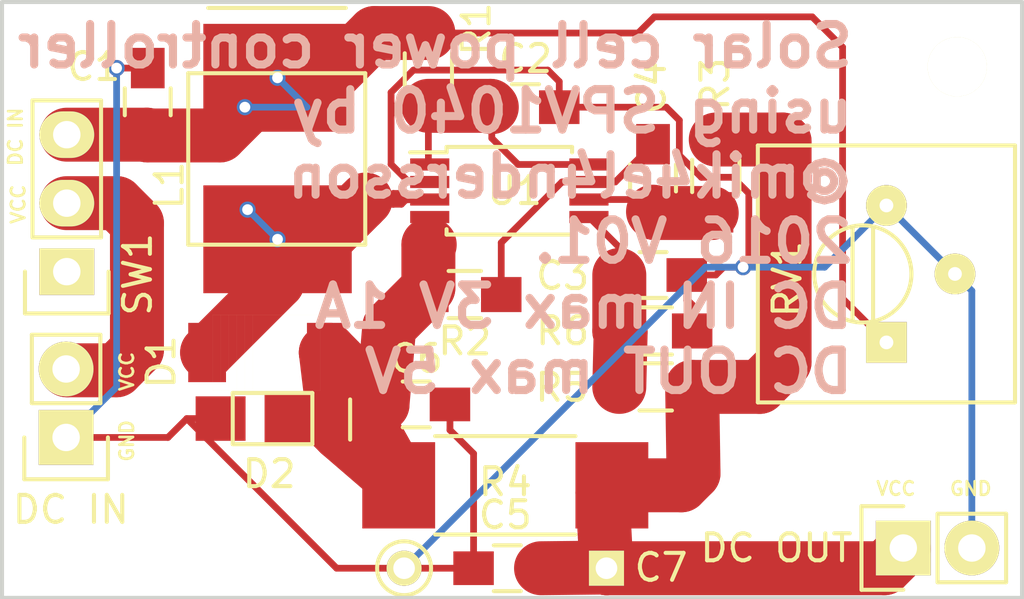
<source format=kicad_pcb>
(kicad_pcb (version 20171130) (host pcbnew "(5.1.12)-1")

  (general
    (thickness 1.6)
    (drawings 11)
    (tracks 179)
    (zones 0)
    (modules 22)
    (nets 11)
  )

  (page A4)
  (layers
    (0 F.Cu signal)
    (31 B.Cu signal)
    (32 B.Adhes user hide)
    (33 F.Adhes user hide)
    (34 B.Paste user hide)
    (35 F.Paste user hide)
    (36 B.SilkS user hide)
    (37 F.SilkS user hide)
    (38 B.Mask user hide)
    (39 F.Mask user hide)
    (40 Dwgs.User user hide)
    (41 Cmts.User user hide)
    (42 Eco1.User user hide)
    (43 Eco2.User user hide)
    (44 Edge.Cuts user)
    (45 Margin user hide)
    (46 B.CrtYd user hide)
    (47 F.CrtYd user hide)
    (48 B.Fab user hide)
    (49 F.Fab user hide)
  )

  (setup
    (last_trace_width 0.25)
    (user_trace_width 2)
    (trace_clearance 0.2)
    (zone_clearance 0.3)
    (zone_45_only no)
    (trace_min 0.2)
    (via_size 0.6)
    (via_drill 0.4)
    (via_min_size 0.4)
    (via_min_drill 0.3)
    (uvia_size 0.3)
    (uvia_drill 0.1)
    (uvias_allowed no)
    (uvia_min_size 0.2)
    (uvia_min_drill 0.1)
    (edge_width 0.15)
    (segment_width 0.2)
    (pcb_text_width 0.3)
    (pcb_text_size 1.5 1.5)
    (mod_edge_width 0.15)
    (mod_text_size 1 1)
    (mod_text_width 0.15)
    (pad_size 3 3)
    (pad_drill 3)
    (pad_to_mask_clearance 0.0508)
    (aux_axis_origin 0 0)
    (visible_elements 7FFFFFFF)
    (pcbplotparams
      (layerselection 0x010f0_80000001)
      (usegerberextensions true)
      (usegerberattributes true)
      (usegerberadvancedattributes true)
      (creategerberjobfile true)
      (excludeedgelayer true)
      (linewidth 0.100000)
      (plotframeref false)
      (viasonmask false)
      (mode 1)
      (useauxorigin false)
      (hpglpennumber 1)
      (hpglpenspeed 20)
      (hpglpendiameter 15.000000)
      (psnegative false)
      (psa4output false)
      (plotreference true)
      (plotvalue true)
      (plotinvisibletext false)
      (padsonsilk false)
      (subtractmaskfromsilk false)
      (outputformat 1)
      (mirror false)
      (drillshape 0)
      (scaleselection 1)
      (outputdirectory "Export/"))
  )

  (net 0 "")
  (net 1 "Net-(C1-Pad1)")
  (net 2 GND)
  (net 3 "Net-(C2-Pad1)")
  (net 4 "Net-(C3-Pad1)")
  (net 5 "Net-(C4-Pad1)")
  (net 6 "Net-(C4-Pad2)")
  (net 7 "Net-(C5-Pad1)")
  (net 8 "Net-(C6-Pad1)")
  (net 9 "Net-(D1-Pad2)")
  (net 10 VCC)

  (net_class Default "This is the default net class."
    (clearance 0.2)
    (trace_width 0.25)
    (via_dia 0.6)
    (via_drill 0.4)
    (uvia_dia 0.3)
    (uvia_drill 0.1)
    (add_net GND)
    (add_net "Net-(C1-Pad1)")
    (add_net "Net-(C2-Pad1)")
    (add_net "Net-(C3-Pad1)")
    (add_net "Net-(C4-Pad1)")
    (add_net "Net-(C4-Pad2)")
    (add_net "Net-(C5-Pad1)")
    (add_net "Net-(C6-Pad1)")
    (add_net "Net-(D1-Pad2)")
    (add_net VCC)
  )

  (module Capacitors_SMD:C_0805_HandSoldering (layer F.Cu) (tedit 56EC5612) (tstamp 56EA8A5B)
    (at 165.4 109.6 90)
    (descr "Capacitor SMD 0805, hand soldering")
    (tags "capacitor 0805")
    (path /56AF1CC9)
    (attr smd)
    (fp_text reference C1 (at 1.3 -2 180) (layer F.SilkS)
      (effects (font (size 1 1) (thickness 0.15)))
    )
    (fp_text value 10uF (at 0 2.1 90) (layer F.Fab) hide
      (effects (font (size 1 1) (thickness 0.15)))
    )
    (fp_line (start -0.5 0.85) (end 0.5 0.85) (layer F.SilkS) (width 0.15))
    (fp_line (start 0.5 -0.85) (end -0.5 -0.85) (layer F.SilkS) (width 0.15))
    (fp_line (start 2.3 -1) (end 2.3 1) (layer F.CrtYd) (width 0.05))
    (fp_line (start -2.3 -1) (end -2.3 1) (layer F.CrtYd) (width 0.05))
    (fp_line (start -2.3 1) (end 2.3 1) (layer F.CrtYd) (width 0.05))
    (fp_line (start -2.3 -1) (end 2.3 -1) (layer F.CrtYd) (width 0.05))
    (pad 1 smd rect (at -1.25 0 90) (size 1.5 1.25) (layers F.Cu F.Paste F.Mask)
      (net 1 "Net-(C1-Pad1)"))
    (pad 2 smd rect (at 1.25 0 90) (size 1.5 1.25) (layers F.Cu F.Paste F.Mask)
      (net 2 GND))
    (model Capacitors_SMD.3dshapes/C_0805_HandSoldering.wrl
      (at (xyz 0 0 0))
      (scale (xyz 1 1 1))
      (rotate (xyz 0 0 0))
    )
  )

  (module Capacitors_SMD:C_0805_HandSoldering (layer F.Cu) (tedit 56EC5666) (tstamp 56EA8A61)
    (at 179.4 109.8)
    (descr "Capacitor SMD 0805, hand soldering")
    (tags "capacitor 0805")
    (path /56AF1F2C)
    (attr smd)
    (fp_text reference C2 (at 0 -1.8) (layer F.SilkS)
      (effects (font (size 1 1) (thickness 0.15)))
    )
    (fp_text value 10uF (at 0 2.1) (layer F.Fab) hide
      (effects (font (size 1 1) (thickness 0.15)))
    )
    (fp_line (start -0.5 0.85) (end 0.5 0.85) (layer F.SilkS) (width 0.15))
    (fp_line (start 0.5 -0.85) (end -0.5 -0.85) (layer F.SilkS) (width 0.15))
    (fp_line (start 2.3 -1) (end 2.3 1) (layer F.CrtYd) (width 0.05))
    (fp_line (start -2.3 -1) (end -2.3 1) (layer F.CrtYd) (width 0.05))
    (fp_line (start -2.3 1) (end 2.3 1) (layer F.CrtYd) (width 0.05))
    (fp_line (start -2.3 -1) (end 2.3 -1) (layer F.CrtYd) (width 0.05))
    (pad 1 smd rect (at -1.25 0) (size 1.5 1.25) (layers F.Cu F.Paste F.Mask)
      (net 3 "Net-(C2-Pad1)"))
    (pad 2 smd rect (at 1.25 0) (size 1.5 1.25) (layers F.Cu F.Paste F.Mask)
      (net 2 GND))
    (model Capacitors_SMD.3dshapes/C_0805_HandSoldering.wrl
      (at (xyz 0 0 0))
      (scale (xyz 1 1 1))
      (rotate (xyz 0 0 0))
    )
  )

  (module Capacitors_SMD:C_0805_HandSoldering (layer F.Cu) (tedit 56F1AD7D) (tstamp 56EA8A67)
    (at 184.125 116.025)
    (descr "Capacitor SMD 0805, hand soldering")
    (tags "capacitor 0805")
    (path /56AF2457)
    (attr smd)
    (fp_text reference C3 (at -3.35 0.025) (layer F.SilkS)
      (effects (font (size 1 1) (thickness 0.15)))
    )
    (fp_text value 1nF (at 0 2.1) (layer F.Fab) hide
      (effects (font (size 1 1) (thickness 0.15)))
    )
    (fp_line (start -0.5 0.85) (end 0.5 0.85) (layer F.SilkS) (width 0.15))
    (fp_line (start 0.5 -0.85) (end -0.5 -0.85) (layer F.SilkS) (width 0.15))
    (fp_line (start 2.3 -1) (end 2.3 1) (layer F.CrtYd) (width 0.05))
    (fp_line (start -2.3 -1) (end -2.3 1) (layer F.CrtYd) (width 0.05))
    (fp_line (start -2.3 1) (end 2.3 1) (layer F.CrtYd) (width 0.05))
    (fp_line (start -2.3 -1) (end 2.3 -1) (layer F.CrtYd) (width 0.05))
    (pad 1 smd rect (at -1.25 0) (size 1.5 1.25) (layers F.Cu F.Paste F.Mask)
      (net 4 "Net-(C3-Pad1)"))
    (pad 2 smd rect (at 1.25 0) (size 1.5 1.25) (layers F.Cu F.Paste F.Mask)
      (net 2 GND))
    (model Capacitors_SMD.3dshapes/C_0805_HandSoldering.wrl
      (at (xyz 0 0 0))
      (scale (xyz 1 1 1))
      (rotate (xyz 0 0 0))
    )
  )

  (module Capacitors_SMD:C_0805_HandSoldering (layer F.Cu) (tedit 56F19632) (tstamp 56EA8A6D)
    (at 184.125 112.425 270)
    (descr "Capacitor SMD 0805, hand soldering")
    (tags "capacitor 0805")
    (path /56AF2567)
    (attr smd)
    (fp_text reference C4 (at -3.35 0.05 270) (layer F.SilkS)
      (effects (font (size 1 1) (thickness 0.15)))
    )
    (fp_text value 1uF (at 0 2.1 270) (layer F.Fab) hide
      (effects (font (size 1 1) (thickness 0.15)))
    )
    (fp_line (start -0.5 0.85) (end 0.5 0.85) (layer F.SilkS) (width 0.15))
    (fp_line (start 0.5 -0.85) (end -0.5 -0.85) (layer F.SilkS) (width 0.15))
    (fp_line (start 2.3 -1) (end 2.3 1) (layer F.CrtYd) (width 0.05))
    (fp_line (start -2.3 -1) (end -2.3 1) (layer F.CrtYd) (width 0.05))
    (fp_line (start -2.3 1) (end 2.3 1) (layer F.CrtYd) (width 0.05))
    (fp_line (start -2.3 -1) (end 2.3 -1) (layer F.CrtYd) (width 0.05))
    (pad 1 smd rect (at -1.25 0 270) (size 1.5 1.25) (layers F.Cu F.Paste F.Mask)
      (net 5 "Net-(C4-Pad1)"))
    (pad 2 smd rect (at 1.25 0 270) (size 1.5 1.25) (layers F.Cu F.Paste F.Mask)
      (net 6 "Net-(C4-Pad2)"))
    (model Capacitors_SMD.3dshapes/C_0805_HandSoldering.wrl
      (at (xyz 0 0 0))
      (scale (xyz 1 1 1))
      (rotate (xyz 0 0 0))
    )
  )

  (module Capacitors_SMD:C_0805_HandSoldering (layer F.Cu) (tedit 56F1AA68) (tstamp 56EA8A73)
    (at 178.725 126.9 180)
    (descr "Capacitor SMD 0805, hand soldering")
    (tags "capacitor 0805")
    (path /56AF28C6)
    (attr smd)
    (fp_text reference C5 (at 0.075 1.975 180) (layer F.SilkS)
      (effects (font (size 1 1) (thickness 0.15)))
    )
    (fp_text value 10uF (at 0 2.1 180) (layer F.Fab) hide
      (effects (font (size 1 1) (thickness 0.15)))
    )
    (fp_line (start -0.5 0.85) (end 0.5 0.85) (layer F.SilkS) (width 0.15))
    (fp_line (start 0.5 -0.85) (end -0.5 -0.85) (layer F.SilkS) (width 0.15))
    (fp_line (start 2.3 -1) (end 2.3 1) (layer F.CrtYd) (width 0.05))
    (fp_line (start -2.3 -1) (end -2.3 1) (layer F.CrtYd) (width 0.05))
    (fp_line (start -2.3 1) (end 2.3 1) (layer F.CrtYd) (width 0.05))
    (fp_line (start -2.3 -1) (end 2.3 -1) (layer F.CrtYd) (width 0.05))
    (pad 1 smd rect (at -1.25 0 180) (size 1.5 1.25) (layers F.Cu F.Paste F.Mask)
      (net 7 "Net-(C5-Pad1)"))
    (pad 2 smd rect (at 1.25 0 180) (size 1.5 1.25) (layers F.Cu F.Paste F.Mask)
      (net 2 GND))
    (model Capacitors_SMD.3dshapes/C_0805_HandSoldering.wrl
      (at (xyz 0 0 0))
      (scale (xyz 1 1 1))
      (rotate (xyz 0 0 0))
    )
  )

  (module Capacitors_SMD:C_0805_HandSoldering (layer F.Cu) (tedit 56EC565D) (tstamp 56EA8A79)
    (at 175.35 120.825)
    (descr "Capacitor SMD 0805, hand soldering")
    (tags "capacitor 0805")
    (path /56B1CACD)
    (attr smd)
    (fp_text reference C6 (at 0 -1.7) (layer F.SilkS)
      (effects (font (size 1 1) (thickness 0.15)))
    )
    (fp_text value 10uF (at 0 2.1) (layer F.Fab) hide
      (effects (font (size 1 1) (thickness 0.15)))
    )
    (fp_line (start -0.5 0.85) (end 0.5 0.85) (layer F.SilkS) (width 0.15))
    (fp_line (start 0.5 -0.85) (end -0.5 -0.85) (layer F.SilkS) (width 0.15))
    (fp_line (start 2.3 -1) (end 2.3 1) (layer F.CrtYd) (width 0.05))
    (fp_line (start -2.3 -1) (end -2.3 1) (layer F.CrtYd) (width 0.05))
    (fp_line (start -2.3 1) (end 2.3 1) (layer F.CrtYd) (width 0.05))
    (fp_line (start -2.3 -1) (end 2.3 -1) (layer F.CrtYd) (width 0.05))
    (pad 1 smd rect (at -1.25 0) (size 1.5 1.25) (layers F.Cu F.Paste F.Mask)
      (net 8 "Net-(C6-Pad1)"))
    (pad 2 smd rect (at 1.25 0) (size 1.5 1.25) (layers F.Cu F.Paste F.Mask)
      (net 2 GND))
    (model Capacitors_SMD.3dshapes/C_0805_HandSoldering.wrl
      (at (xyz 0 0 0))
      (scale (xyz 1 1 1))
      (rotate (xyz 0 0 0))
    )
  )

  (module SOD-128:SOD-128 (layer F.Cu) (tedit 56F1A487) (tstamp 56EA8A85)
    (at 169.8 118.9)
    (path /56B1C5F8)
    (attr smd)
    (fp_text reference D1 (at -3.9 0.35 90) (layer F.SilkS)
      (effects (font (size 1 1) (thickness 0.15)))
    )
    (fp_text value D_Schottky (at 0.75 -0.675) (layer F.SilkS) hide
      (effects (font (size 0.2 0.2) (thickness 0.05)))
    )
    (fp_line (start -1.99898 1.39954) (end -1.99898 -1.39954) (layer F.SilkS) (width 0.001))
    (fp_line (start 1.99898 1.39954) (end -1.99898 1.39954) (layer F.SilkS) (width 0.001))
    (fp_line (start 1.99898 -1.39954) (end 1.99898 1.39954) (layer F.SilkS) (width 0.001))
    (fp_line (start -1.99898 -1.39954) (end 1.99898 -1.39954) (layer F.SilkS) (width 0.001))
    (fp_line (start -1.09982 1.39954) (end -1.09982 -1.39954) (layer F.SilkS) (width 0.001))
    (fp_line (start -1.39954 -1.39954) (end -1.39954 1.39954) (layer F.SilkS) (width 0.001))
    (fp_line (start -1.69926 1.39954) (end -1.69926 -1.39954) (layer F.SilkS) (width 0.001))
    (fp_line (start -0.8001 1.39954) (end -0.8001 -1.39954) (layer F.SilkS) (width 0.001))
    (fp_line (start -0.50038 1.39954) (end -0.50038 -1.39954) (layer F.SilkS) (width 0.001))
    (pad 2 smd rect (at -2.19964 0) (size 1.39954 2.19964) (layers F.Cu F.Paste F.Mask)
      (net 9 "Net-(D1-Pad2)"))
    (pad 1 smd rect (at 2.19964 0) (size 1.39954 2.19964) (layers F.Cu F.Paste F.Mask)
      (net 8 "Net-(C6-Pad1)"))
  )

  (module STmite_flat_DO216-AA:STmite_flat_DO216-AA (layer F.Cu) (tedit 56F1AE84) (tstamp 56EA8A90)
    (at 168.55 120.4)
    (path /56B1C821)
    (fp_text reference D2 (at 1.35 3) (layer F.SilkS)
      (effects (font (size 1 1) (thickness 0.15)))
    )
    (fp_text value TVS (at 2.37 -0.96) (layer F.Fab) hide
      (effects (font (size 1 1) (thickness 0.15)))
    )
    (fp_line (start 2.95 0) (end 0 0) (layer F.SilkS) (width 0.15))
    (fp_line (start 2.95 1.9) (end 2.95 0) (layer F.SilkS) (width 0.15))
    (fp_line (start 0 1.9) (end 2.95 1.9) (layer F.SilkS) (width 0.15))
    (fp_line (start 0 0) (end 0 1.9) (layer F.SilkS) (width 0.15))
    (fp_line (start 4.35 0.24) (end 4.35 1.73) (layer F.SilkS) (width 0.15))
    (pad 1 smd rect (at -0.45 0.95) (size 1.85 1.65) (layers F.Cu F.Paste F.Mask)
      (net 2 GND))
    (pad 2 smd rect (at 2.68 0.95) (size 3 1.95) (layers F.Cu F.Paste F.Mask)
      (net 8 "Net-(C6-Pad1)"))
  )

  (module xal6060:XAL6060 (layer F.Cu) (tedit 56EC5653) (tstamp 56EA8A9B)
    (at 166.9 114.9 90)
    (path /56AF1C32)
    (fp_text reference L1 (at 2.2 -0.7 90) (layer F.SilkS)
      (effects (font (size 1 1) (thickness 0.15)))
    )
    (fp_text value 10uH (at 3.155 -1.46 90) (layer F.Fab) hide
      (effects (font (size 1 1) (thickness 0.15)))
    )
    (fp_line (start 0 6.56) (end 0 0) (layer F.SilkS) (width 0.15))
    (fp_line (start 6.36 6.56) (end 0 6.56) (layer F.SilkS) (width 0.15))
    (fp_line (start 6.36 0) (end 6.36 6.56) (layer F.SilkS) (width 0.15))
    (fp_line (start 0 0) (end 6.36 0) (layer F.SilkS) (width 0.15))
    (fp_line (start 8.78 0.74) (end 8.78 5.84) (layer F.SilkS) (width 0.15))
    (pad 2 smd rect (at 6.19 3.31 90) (size 4 5.5) (layers F.Cu F.Paste F.Mask)
      (net 1 "Net-(C1-Pad1)"))
    (pad 1 smd rect (at 0.2 3.31 90) (size 4 5.5) (layers F.Cu F.Paste F.Mask)
      (net 9 "Net-(D1-Pad2)"))
  )

  (module Resistors_SMD:R_0805_HandSoldering (layer F.Cu) (tedit 56F1B2C7) (tstamp 56EA8AAD)
    (at 175.8 108.4 270)
    (descr "Resistor SMD 0805, hand soldering")
    (tags "resistor 0805")
    (path /56AF1DA1)
    (attr smd)
    (fp_text reference R1 (at -1.5 -1.775 270) (layer F.SilkS)
      (effects (font (size 1 1) (thickness 0.15)))
    )
    (fp_text value 1K (at 0 2.1 270) (layer F.Fab) hide
      (effects (font (size 1 1) (thickness 0.15)))
    )
    (fp_line (start -0.6 -0.875) (end 0.6 -0.875) (layer F.SilkS) (width 0.15))
    (fp_line (start 0.6 0.875) (end -0.6 0.875) (layer F.SilkS) (width 0.15))
    (fp_line (start 2.4 -1) (end 2.4 1) (layer F.CrtYd) (width 0.05))
    (fp_line (start -2.4 -1) (end -2.4 1) (layer F.CrtYd) (width 0.05))
    (fp_line (start -2.4 1) (end 2.4 1) (layer F.CrtYd) (width 0.05))
    (fp_line (start -2.4 -1) (end 2.4 -1) (layer F.CrtYd) (width 0.05))
    (pad 1 smd rect (at -1.35 0 270) (size 1.5 1.3) (layers F.Cu F.Paste F.Mask)
      (net 1 "Net-(C1-Pad1)"))
    (pad 2 smd rect (at 1.35 0 270) (size 1.5 1.3) (layers F.Cu F.Paste F.Mask)
      (net 3 "Net-(C2-Pad1)"))
    (model Resistors_SMD.3dshapes/R_0805_HandSoldering.wrl
      (at (xyz 0 0 0))
      (scale (xyz 1 1 1))
      (rotate (xyz 0 0 0))
    )
  )

  (module Resistors_SMD:R_0805_HandSoldering (layer F.Cu) (tedit 56F1AD70) (tstamp 56EA8AB3)
    (at 177.15 116.75)
    (descr "Resistor SMD 0805, hand soldering")
    (tags "resistor 0805")
    (path /56AF26CE)
    (attr smd)
    (fp_text reference R2 (at 0 1.725) (layer F.SilkS)
      (effects (font (size 1 1) (thickness 0.15)))
    )
    (fp_text value 1K (at 0 2.1) (layer F.Fab) hide
      (effects (font (size 1 1) (thickness 0.15)))
    )
    (fp_line (start -0.6 -0.875) (end 0.6 -0.875) (layer F.SilkS) (width 0.15))
    (fp_line (start 0.6 0.875) (end -0.6 0.875) (layer F.SilkS) (width 0.15))
    (fp_line (start 2.4 -1) (end 2.4 1) (layer F.CrtYd) (width 0.05))
    (fp_line (start -2.4 -1) (end -2.4 1) (layer F.CrtYd) (width 0.05))
    (fp_line (start -2.4 1) (end 2.4 1) (layer F.CrtYd) (width 0.05))
    (fp_line (start -2.4 -1) (end 2.4 -1) (layer F.CrtYd) (width 0.05))
    (pad 1 smd rect (at -1.35 0) (size 1.5 1.3) (layers F.Cu F.Paste F.Mask)
      (net 8 "Net-(C6-Pad1)"))
    (pad 2 smd rect (at 1.35 0) (size 1.5 1.3) (layers F.Cu F.Paste F.Mask)
      (net 5 "Net-(C4-Pad1)"))
    (model Resistors_SMD.3dshapes/R_0805_HandSoldering.wrl
      (at (xyz 0 0 0))
      (scale (xyz 1 1 1))
      (rotate (xyz 0 0 0))
    )
  )

  (module Resistors_SMD:R_0805_HandSoldering (layer F.Cu) (tedit 56F1AD66) (tstamp 56EA8AB9)
    (at 186.45 112.35 270)
    (descr "Resistor SMD 0805, hand soldering")
    (tags "resistor 0805")
    (path /56AF2723)
    (attr smd)
    (fp_text reference R3 (at -3.4 0.025 270) (layer F.SilkS)
      (effects (font (size 1 1) (thickness 0.15)))
    )
    (fp_text value 1K (at 0 2.1 270) (layer F.Fab) hide
      (effects (font (size 1 1) (thickness 0.15)))
    )
    (fp_line (start -0.6 -0.875) (end 0.6 -0.875) (layer F.SilkS) (width 0.15))
    (fp_line (start 0.6 0.875) (end -0.6 0.875) (layer F.SilkS) (width 0.15))
    (fp_line (start 2.4 -1) (end 2.4 1) (layer F.CrtYd) (width 0.05))
    (fp_line (start -2.4 -1) (end -2.4 1) (layer F.CrtYd) (width 0.05))
    (fp_line (start -2.4 1) (end 2.4 1) (layer F.CrtYd) (width 0.05))
    (fp_line (start -2.4 -1) (end 2.4 -1) (layer F.CrtYd) (width 0.05))
    (pad 1 smd rect (at -1.35 0 270) (size 1.5 1.3) (layers F.Cu F.Paste F.Mask)
      (net 7 "Net-(C5-Pad1)"))
    (pad 2 smd rect (at 1.35 0 270) (size 1.5 1.3) (layers F.Cu F.Paste F.Mask)
      (net 6 "Net-(C4-Pad2)"))
    (model Resistors_SMD.3dshapes/R_0805_HandSoldering.wrl
      (at (xyz 0 0 0))
      (scale (xyz 1 1 1))
      (rotate (xyz 0 0 0))
    )
  )

  (module Resistors_SMD:R_2512_HandSoldering (layer F.Cu) (tedit 56F19723) (tstamp 56EA8ABF)
    (at 178.65 123.825 180)
    (descr "Resistor SMD 2512, hand soldering")
    (tags "resistor 2512")
    (path /56AF27AF)
    (attr smd)
    (fp_text reference R4 (at 0 0.125 180) (layer F.SilkS)
      (effects (font (size 1 1) (thickness 0.15)))
    )
    (fp_text value 10m (at 0 3.1 180) (layer F.Fab) hide
      (effects (font (size 1 1) (thickness 0.15)))
    )
    (fp_line (start -2.6 -1.825) (end 2.6 -1.825) (layer F.SilkS) (width 0.15))
    (fp_line (start 2.6 1.825) (end -2.6 1.825) (layer F.SilkS) (width 0.15))
    (fp_line (start 5.6 -1.95) (end 5.6 1.95) (layer F.CrtYd) (width 0.05))
    (fp_line (start -5.6 -1.95) (end -5.6 1.95) (layer F.CrtYd) (width 0.05))
    (fp_line (start -5.6 1.95) (end 5.6 1.95) (layer F.CrtYd) (width 0.05))
    (fp_line (start -5.6 -1.95) (end 5.6 -1.95) (layer F.CrtYd) (width 0.05))
    (pad 1 smd rect (at -3.95 0 180) (size 2.7 3.2) (layers F.Cu F.Paste F.Mask)
      (net 7 "Net-(C5-Pad1)"))
    (pad 2 smd rect (at 3.95 0 180) (size 2.7 3.2) (layers F.Cu F.Paste F.Mask)
      (net 8 "Net-(C6-Pad1)"))
    (model Resistors_SMD.3dshapes/R_2512_HandSoldering.wrl
      (at (xyz 0 0 0))
      (scale (xyz 1 1 1))
      (rotate (xyz 0 0 0))
    )
  )

  (module Resistors_SMD:R_0805_HandSoldering (layer F.Cu) (tedit 56F1AD5C) (tstamp 56EA8AC5)
    (at 184.225 120.175 180)
    (descr "Resistor SMD 0805, hand soldering")
    (tags "resistor 0805")
    (path /56AF288C)
    (attr smd)
    (fp_text reference R5 (at 3.475 -0.025) (layer F.SilkS)
      (effects (font (size 1 1) (thickness 0.15)))
    )
    (fp_text value 1M (at 0 2.1 180) (layer F.Fab) hide
      (effects (font (size 1 1) (thickness 0.15)))
    )
    (fp_line (start -0.6 -0.875) (end 0.6 -0.875) (layer F.SilkS) (width 0.15))
    (fp_line (start 0.6 0.875) (end -0.6 0.875) (layer F.SilkS) (width 0.15))
    (fp_line (start 2.4 -1) (end 2.4 1) (layer F.CrtYd) (width 0.05))
    (fp_line (start -2.4 -1) (end -2.4 1) (layer F.CrtYd) (width 0.05))
    (fp_line (start -2.4 1) (end 2.4 1) (layer F.CrtYd) (width 0.05))
    (fp_line (start -2.4 -1) (end 2.4 -1) (layer F.CrtYd) (width 0.05))
    (pad 1 smd rect (at -1.35 0 180) (size 1.5 1.3) (layers F.Cu F.Paste F.Mask)
      (net 7 "Net-(C5-Pad1)"))
    (pad 2 smd rect (at 1.35 0 180) (size 1.5 1.3) (layers F.Cu F.Paste F.Mask)
      (net 4 "Net-(C3-Pad1)"))
    (model Resistors_SMD.3dshapes/R_0805_HandSoldering.wrl
      (at (xyz 0 0 0))
      (scale (xyz 1 1 1))
      (rotate (xyz 0 0 0))
    )
  )

  (module Resistors_SMD:R_0805_HandSoldering (layer F.Cu) (tedit 56F1AD52) (tstamp 56EA8ACB)
    (at 184.225 118.1)
    (descr "Resistor SMD 0805, hand soldering")
    (tags "resistor 0805")
    (path /56AF3979)
    (attr smd)
    (fp_text reference R6 (at -3.45 0) (layer F.SilkS)
      (effects (font (size 1 1) (thickness 0.15)))
    )
    (fp_text value 330K (at 0 2.1) (layer F.Fab) hide
      (effects (font (size 1 1) (thickness 0.15)))
    )
    (fp_line (start -0.6 -0.875) (end 0.6 -0.875) (layer F.SilkS) (width 0.15))
    (fp_line (start 0.6 0.875) (end -0.6 0.875) (layer F.SilkS) (width 0.15))
    (fp_line (start 2.4 -1) (end 2.4 1) (layer F.CrtYd) (width 0.05))
    (fp_line (start -2.4 -1) (end -2.4 1) (layer F.CrtYd) (width 0.05))
    (fp_line (start -2.4 1) (end 2.4 1) (layer F.CrtYd) (width 0.05))
    (fp_line (start -2.4 -1) (end 2.4 -1) (layer F.CrtYd) (width 0.05))
    (pad 1 smd rect (at -1.35 0) (size 1.5 1.3) (layers F.Cu F.Paste F.Mask)
      (net 4 "Net-(C3-Pad1)"))
    (pad 2 smd rect (at 1.35 0) (size 1.5 1.3) (layers F.Cu F.Paste F.Mask)
      (net 2 GND))
    (model Resistors_SMD.3dshapes/R_0805_HandSoldering.wrl
      (at (xyz 0 0 0))
      (scale (xyz 1 1 1))
      (rotate (xyz 0 0 0))
    )
  )

  (module Pin_Headers:Pin_Header_Straight_1x03 (layer F.Cu) (tedit 56F1A47C) (tstamp 56EA8AD2)
    (at 162.4 115.9 180)
    (descr "Through hole pin header")
    (tags "pin header")
    (path /56E98695)
    (fp_text reference SW1 (at -2.625 -0.1 270) (layer F.SilkS)
      (effects (font (size 1 1) (thickness 0.15)))
    )
    (fp_text value SWITCH_INV (at 0 -3.1 180) (layer F.Fab) hide
      (effects (font (size 1 1) (thickness 0.15)))
    )
    (fp_line (start -1.55 -1.55) (end 1.55 -1.55) (layer F.SilkS) (width 0.15))
    (fp_line (start -1.55 0) (end -1.55 -1.55) (layer F.SilkS) (width 0.15))
    (fp_line (start 1.27 1.27) (end -1.27 1.27) (layer F.SilkS) (width 0.15))
    (fp_line (start 1.55 -1.55) (end 1.55 0) (layer F.SilkS) (width 0.15))
    (fp_line (start 1.27 6.35) (end 1.27 1.27) (layer F.SilkS) (width 0.15))
    (fp_line (start -1.27 6.35) (end 1.27 6.35) (layer F.SilkS) (width 0.15))
    (fp_line (start -1.27 1.27) (end -1.27 6.35) (layer F.SilkS) (width 0.15))
    (fp_line (start -1.75 6.85) (end 1.75 6.85) (layer F.CrtYd) (width 0.05))
    (fp_line (start -1.75 -1.75) (end 1.75 -1.75) (layer F.CrtYd) (width 0.05))
    (fp_line (start 1.75 -1.75) (end 1.75 6.85) (layer F.CrtYd) (width 0.05))
    (fp_line (start -1.75 -1.75) (end -1.75 6.85) (layer F.CrtYd) (width 0.05))
    (pad 1 thru_hole rect (at 0 0 180) (size 2.032 1.7272) (drill 1.016) (layers *.Cu *.Mask F.SilkS))
    (pad 2 thru_hole oval (at 0 2.54 180) (size 2.032 1.7272) (drill 1.016) (layers *.Cu *.Mask F.SilkS)
      (net 10 VCC))
    (pad 3 thru_hole oval (at 0 5.08 180) (size 2.032 1.7272) (drill 1.016) (layers *.Cu *.Mask F.SilkS)
      (net 1 "Net-(C1-Pad1)"))
    (model Pin_Headers.3dshapes/Pin_Header_Straight_1x03.wrl
      (offset (xyz 0 -2.539999961853027 0))
      (scale (xyz 1 1 1))
      (rotate (xyz 0 0 90))
    )
  )

  (module Housings_SSOP:TSSOP-8_4.4x3mm_Pitch0.65mm (layer F.Cu) (tedit 56EC53E1) (tstamp 56EA8ADE)
    (at 178.8 112.9)
    (descr "8-Lead Plastic Thin Shrink Small Outline (ST)-4.4 mm Body [TSSOP] (see Microchip Packaging Specification 00000049BS.pdf)")
    (tags "SSOP 0.65")
    (path /56AF1ACA)
    (attr smd)
    (fp_text reference U1 (at 0.2 0) (layer F.SilkS)
      (effects (font (size 1 1) (thickness 0.15)))
    )
    (fp_text value SPV1040 (at 0 2.55) (layer F.Fab) hide
      (effects (font (size 1 1) (thickness 0.15)))
    )
    (fp_line (start -2.325 -1.425) (end -3.675 -1.425) (layer F.SilkS) (width 0.15))
    (fp_line (start -2.325 1.625) (end 2.325 1.625) (layer F.SilkS) (width 0.15))
    (fp_line (start -2.325 -1.625) (end 2.325 -1.625) (layer F.SilkS) (width 0.15))
    (fp_line (start -2.325 1.625) (end -2.325 1.425) (layer F.SilkS) (width 0.15))
    (fp_line (start 2.325 1.625) (end 2.325 1.425) (layer F.SilkS) (width 0.15))
    (fp_line (start 2.325 -1.625) (end 2.325 -1.425) (layer F.SilkS) (width 0.15))
    (fp_line (start -2.325 -1.625) (end -2.325 -1.425) (layer F.SilkS) (width 0.15))
    (fp_line (start -3.95 1.8) (end 3.95 1.8) (layer F.CrtYd) (width 0.05))
    (fp_line (start -3.95 -1.8) (end 3.95 -1.8) (layer F.CrtYd) (width 0.05))
    (fp_line (start 3.95 -1.8) (end 3.95 1.8) (layer F.CrtYd) (width 0.05))
    (fp_line (start -3.95 -1.8) (end -3.95 1.8) (layer F.CrtYd) (width 0.05))
    (pad 1 smd rect (at -2.95 -0.975) (size 1.45 0.45) (layers F.Cu F.Paste F.Mask)
      (net 3 "Net-(C2-Pad1)"))
    (pad 2 smd rect (at -2.95 -0.325) (size 1.45 0.45) (layers F.Cu F.Paste F.Mask)
      (net 2 GND))
    (pad 3 smd rect (at -2.95 0.325) (size 1.45 0.45) (layers F.Cu F.Paste F.Mask)
      (net 9 "Net-(D1-Pad2)"))
    (pad 4 smd rect (at -2.95 0.975) (size 1.45 0.45) (layers F.Cu F.Paste F.Mask)
      (net 8 "Net-(C6-Pad1)"))
    (pad 5 smd rect (at 2.95 0.975) (size 1.45 0.45) (layers F.Cu F.Paste F.Mask)
      (net 4 "Net-(C3-Pad1)"))
    (pad 6 smd rect (at 2.95 0.325) (size 1.45 0.45) (layers F.Cu F.Paste F.Mask)
      (net 6 "Net-(C4-Pad2)"))
    (pad 7 smd rect (at 2.95 -0.325) (size 1.45 0.45) (layers F.Cu F.Paste F.Mask)
      (net 5 "Net-(C4-Pad1)"))
    (pad 8 smd rect (at 2.95 -0.975) (size 1.45 0.45) (layers F.Cu F.Paste F.Mask)
      (net 3 "Net-(C2-Pad1)"))
    (model Housings_SSOP.3dshapes/TSSOP-8_4.4x3mm_Pitch0.65mm.wrl
      (at (xyz 0 0 0))
      (scale (xyz 1 1 1))
      (rotate (xyz 0 0 0))
    )
  )

  (module Potentiometers:Potentiometer_Trimmer-Suntan-TSR-3386P (layer F.Cu) (tedit 56F1963A) (tstamp 56F17476)
    (at 192.775 118.525 90)
    (path /56F1744E)
    (fp_text reference RV1 (at 2.35 -3.675 90) (layer F.SilkS)
      (effects (font (size 1 1) (thickness 0.15)))
    )
    (fp_text value POT (at 2.54 6.096 90) (layer F.Fab) hide
      (effects (font (size 1 1) (thickness 0.15)))
    )
    (fp_circle (center 2.54 -0.875) (end 4.115 0) (layer F.SilkS) (width 0.15))
    (fp_line (start -2.225 4.765) (end -2.225 -4.765) (layer F.SilkS) (width 0.15))
    (fp_line (start 7.305 4.765) (end -2.225 4.765) (layer F.SilkS) (width 0.15))
    (fp_line (start 7.305 -4.765) (end 7.305 4.765) (layer F.SilkS) (width 0.15))
    (fp_line (start -2.225 -4.765) (end 7.305 -4.765) (layer F.SilkS) (width 0.15))
    (fp_line (start 0.84 -0.495) (end 4.24 -0.495) (layer F.SilkS) (width 0.15))
    (fp_line (start 0.84 -1.255) (end 4.24 -1.255) (layer F.SilkS) (width 0.15))
    (pad 3 thru_hole circle (at 5.08 0 90) (size 1.51 1.51) (drill 0.51) (layers *.Cu *.Mask F.SilkS)
      (net 2 GND))
    (pad 1 thru_hole rect (at 0 0 90) (size 1.51 1.51) (drill 0.51) (layers *.Cu *.Mask F.SilkS)
      (net 1 "Net-(C1-Pad1)"))
    (pad 2 thru_hole circle (at 2.54 2.54 90) (size 1.51 1.51) (drill 0.51) (layers *.Cu *.Mask F.SilkS)
      (net 2 GND))
  )

  (module 4700uF_16mm:C_Radial_D16_L25_P7.5 (layer F.Cu) (tedit 56F1AB2C) (tstamp 56F1AC02)
    (at 182.4 126.9 180)
    (descr "Radial Electrolytic Capacitor Diameter 16mm x Length 25mm, Pitch 7.5mm")
    (tags "Electrolytic Capacitor")
    (path /56EA638F)
    (fp_text reference C7 (at -2.025 0.025 180) (layer F.SilkS)
      (effects (font (size 1 1) (thickness 0.15)))
    )
    (fp_text value 4700uF (at 3.58 -0.01 180) (layer F.Fab) hide
      (effects (font (size 1 1) (thickness 0.15)))
    )
    (fp_circle (center 7.5 0) (end 7.5 -1) (layer F.SilkS) (width 0.15))
    (pad 1 thru_hole rect (at 0 0 180) (size 1.3 1.3) (drill 0.8) (layers *.Cu *.Mask F.SilkS)
      (net 7 "Net-(C5-Pad1)"))
    (pad 2 thru_hole circle (at 7.5 0 180) (size 1.3 1.3) (drill 0.8) (layers *.Cu *.Mask F.SilkS)
      (net 2 GND))
    (model Capacitors_ThroughHole.3dshapes/C_Radial_D16_L25_P7.5.wrl
      (offset (xyz 3.750005143680572 0 0))
      (scale (xyz 1 1 1))
      (rotate (xyz 0 0 90))
    )
  )

  (module Pin_Headers:Pin_Header_Straight_1x02 (layer F.Cu) (tedit 56F1AB77) (tstamp 56F1AD57)
    (at 162.375 122.05 180)
    (descr "Through hole pin header")
    (tags "pin header")
    (path /56AF1B0A)
    (fp_text reference "DC IN" (at -0.175 -2.675 180) (layer F.SilkS)
      (effects (font (size 1 1) (thickness 0.15)))
    )
    (fp_text value "DC IN" (at 0 -3.1 180) (layer F.Fab) hide
      (effects (font (size 1 1) (thickness 0.15)))
    )
    (fp_line (start -1.27 3.81) (end 1.27 3.81) (layer F.SilkS) (width 0.15))
    (fp_line (start -1.27 1.27) (end -1.27 3.81) (layer F.SilkS) (width 0.15))
    (fp_line (start -1.55 -1.55) (end 1.55 -1.55) (layer F.SilkS) (width 0.15))
    (fp_line (start -1.55 0) (end -1.55 -1.55) (layer F.SilkS) (width 0.15))
    (fp_line (start 1.27 1.27) (end -1.27 1.27) (layer F.SilkS) (width 0.15))
    (fp_line (start -1.75 4.3) (end 1.75 4.3) (layer F.CrtYd) (width 0.05))
    (fp_line (start -1.75 -1.75) (end 1.75 -1.75) (layer F.CrtYd) (width 0.05))
    (fp_line (start 1.75 -1.75) (end 1.75 4.3) (layer F.CrtYd) (width 0.05))
    (fp_line (start -1.75 -1.75) (end -1.75 4.3) (layer F.CrtYd) (width 0.05))
    (fp_line (start 1.55 -1.55) (end 1.55 0) (layer F.SilkS) (width 0.15))
    (fp_line (start 1.27 1.27) (end 1.27 3.81) (layer F.SilkS) (width 0.15))
    (pad 1 thru_hole rect (at 0 0 180) (size 2.032 2.032) (drill 1.016) (layers *.Cu *.Mask F.SilkS)
      (net 2 GND))
    (pad 2 thru_hole oval (at 0 2.54 180) (size 2.032 2.032) (drill 1.016) (layers *.Cu *.Mask F.SilkS)
      (net 10 VCC))
    (model Pin_Headers.3dshapes/Pin_Header_Straight_1x02.wrl
      (offset (xyz 0 -1.269999980926514 0))
      (scale (xyz 1 1 1))
      (rotate (xyz 0 0 90))
    )
  )

  (module Pin_Headers:Pin_Header_Straight_1x02 (layer F.Cu) (tedit 56F1AB5B) (tstamp 56F1AD68)
    (at 193.4 126.15 90)
    (descr "Through hole pin header")
    (tags "pin header")
    (path /56AF2F7A)
    (fp_text reference "DC OUT" (at 0 -4.7 180) (layer F.SilkS)
      (effects (font (size 1 1) (thickness 0.15)))
    )
    (fp_text value "DC OUT" (at 0 -3.1 90) (layer F.Fab) hide
      (effects (font (size 1 1) (thickness 0.15)))
    )
    (fp_line (start -1.27 3.81) (end 1.27 3.81) (layer F.SilkS) (width 0.15))
    (fp_line (start -1.27 1.27) (end -1.27 3.81) (layer F.SilkS) (width 0.15))
    (fp_line (start -1.55 -1.55) (end 1.55 -1.55) (layer F.SilkS) (width 0.15))
    (fp_line (start -1.55 0) (end -1.55 -1.55) (layer F.SilkS) (width 0.15))
    (fp_line (start 1.27 1.27) (end -1.27 1.27) (layer F.SilkS) (width 0.15))
    (fp_line (start -1.75 4.3) (end 1.75 4.3) (layer F.CrtYd) (width 0.05))
    (fp_line (start -1.75 -1.75) (end 1.75 -1.75) (layer F.CrtYd) (width 0.05))
    (fp_line (start 1.75 -1.75) (end 1.75 4.3) (layer F.CrtYd) (width 0.05))
    (fp_line (start -1.75 -1.75) (end -1.75 4.3) (layer F.CrtYd) (width 0.05))
    (fp_line (start 1.55 -1.55) (end 1.55 0) (layer F.SilkS) (width 0.15))
    (fp_line (start 1.27 1.27) (end 1.27 3.81) (layer F.SilkS) (width 0.15))
    (pad 1 thru_hole rect (at 0 0 90) (size 2.032 2.032) (drill 1.016) (layers *.Cu *.Mask F.SilkS)
      (net 7 "Net-(C5-Pad1)"))
    (pad 2 thru_hole oval (at 0 2.54 90) (size 2.032 2.032) (drill 1.016) (layers *.Cu *.Mask F.SilkS)
      (net 2 GND))
    (model Pin_Headers.3dshapes/Pin_Header_Straight_1x02.wrl
      (offset (xyz 0 -1.269999980926514 0))
      (scale (xyz 1 1 1))
      (rotate (xyz 0 0 90))
    )
  )

  (module Mounting_Holes:MountingHole_2.2mm_M2 (layer F.Cu) (tedit 56F1B1AF) (tstamp 56F1B1A7)
    (at 195.4 108.3)
    (descr "Mounting Hole 2.2mm, no annular, M2")
    (tags "mounting hole 2.2mm no annular m2")
    (fp_text reference REF** (at 0 -3.2) (layer F.SilkS) hide
      (effects (font (size 1 1) (thickness 0.15)))
    )
    (fp_text value MountingHole_2.2mm_M2 (at 0 3.2) (layer F.Fab) hide
      (effects (font (size 1 1) (thickness 0.15)))
    )
    (fp_circle (center 0 0) (end 2.45 0) (layer F.CrtYd) (width 0.05))
    (fp_circle (center 0 0) (end 2.2 0) (layer Cmts.User) (width 0.15))
    (pad 1 np_thru_hole circle (at 0 0) (size 2.2 2.2) (drill 2.2) (layers *.Cu *.Mask F.SilkS))
  )

  (gr_text GND (at 195.9 123.95) (layer F.SilkS)
    (effects (font (size 0.5 0.5) (thickness 0.1)))
  )
  (gr_text VCC (at 193.125 123.95) (layer F.SilkS)
    (effects (font (size 0.5 0.5) (thickness 0.1)))
  )
  (gr_text "Solar cell power controller \nusing SPV1040 by \n@mik4el4ndersson \n2016 V01.\nDC IN max 3V 1A\nDC OUT max 5V" (at 191.675 113.575) (layer B.SilkS)
    (effects (font (size 1.5 1.5) (thickness 0.3)) (justify left mirror))
  )
  (gr_text GND (at 164.625 122.175 90) (layer F.SilkS)
    (effects (font (size 0.5 0.5) (thickness 0.1)))
  )
  (gr_text VCC (at 164.625 119.6 90) (layer F.SilkS)
    (effects (font (size 0.5 0.5) (thickness 0.1)))
  )
  (gr_text "DC IN" (at 160.5 110.9 90) (layer F.SilkS)
    (effects (font (size 0.5 0.5) (thickness 0.1)))
  )
  (gr_text VCC (at 160.6 113.4 90) (layer F.SilkS)
    (effects (font (size 0.5 0.5) (thickness 0.1)))
  )
  (gr_line (start 197.8 105.9) (end 160 105.9) (angle 90) (layer Edge.Cuts) (width 0.15))
  (gr_line (start 197.8 128) (end 197.8 105.9) (angle 90) (layer Edge.Cuts) (width 0.15))
  (gr_line (start 160 128) (end 197.8 128) (angle 90) (layer Edge.Cuts) (width 0.15))
  (gr_line (start 160 105.9) (end 160 128) (angle 90) (layer Edge.Cuts) (width 0.15))

  (segment (start 162.4 110.82) (end 165.37 110.82) (width 2) (layer F.Cu) (net 1))
  (segment (start 165.37 110.82) (end 165.4 110.85) (width 2) (layer F.Cu) (net 1))
  (segment (start 165.4 110.85) (end 168.07 110.85) (width 2) (layer F.Cu) (net 1))
  (segment (start 168.07 110.85) (end 170.21 108.71) (width 2) (layer F.Cu) (net 1))
  (segment (start 169 109.8) (end 171.3 109.8) (width 0.25) (layer B.Cu) (net 1))
  (segment (start 171.3 109.8) (end 170.21 108.71) (width 0.25) (layer B.Cu) (net 1))
  (segment (start 170.09 108.71) (end 169 109.8) (width 0.25) (layer F.Cu) (net 1))
  (segment (start 175.8 107.05) (end 183.575 107.05) (width 0.25) (layer F.Cu) (net 1))
  (segment (start 183.575 107.05) (end 184.175 106.45) (width 0.25) (layer F.Cu) (net 1))
  (segment (start 184.175 106.45) (end 190.025 106.45) (width 0.25) (layer F.Cu) (net 1))
  (segment (start 190.025 106.45) (end 191.15 107.575) (width 0.25) (layer F.Cu) (net 1))
  (segment (start 191.15 107.575) (end 191.15 116.9) (width 0.25) (layer F.Cu) (net 1))
  (segment (start 191.15 116.9) (end 192.775 118.525) (width 0.25) (layer F.Cu) (net 1))
  (segment (start 170.21 108.71) (end 172.14 108.71) (width 2) (layer F.Cu) (net 1))
  (segment (start 172.14 108.71) (end 173.8 107.05) (width 2) (layer F.Cu) (net 1))
  (segment (start 173.8 107.05) (end 175.8 107.05) (width 2) (layer F.Cu) (net 1))
  (via (at 170.21 108.71) (size 0.6) (layers F.Cu B.Cu) (net 1))
  (via (at 169 109.8) (size 0.6) (layers F.Cu B.Cu) (net 1))
  (segment (start 164.4499 108.35) (end 164.2464 108.35) (width 0.25) (layer F.Cu) (net 2))
  (segment (start 162.375 122.05) (end 164.2464 120.1786) (width 0.25) (layer B.Cu) (net 2))
  (segment (start 164.2464 120.1786) (end 164.2464 108.35) (width 0.25) (layer B.Cu) (net 2))
  (segment (start 165.4 108.35) (end 164.4499 108.35) (width 0.25) (layer F.Cu) (net 2))
  (segment (start 187.4624 115.7344) (end 186.0656 115.7344) (width 0.25) (layer B.Cu) (net 2))
  (segment (start 186.0656 115.7344) (end 174.9 126.9) (width 0.25) (layer B.Cu) (net 2))
  (segment (start 192.775 113.445) (end 190.4856 115.7344) (width 0.25) (layer B.Cu) (net 2))
  (segment (start 190.4856 115.7344) (end 187.4624 115.7344) (width 0.25) (layer B.Cu) (net 2))
  (segment (start 187.4624 115.7344) (end 187.6748 115.522) (width 0.25) (layer F.Cu) (net 2))
  (segment (start 187.6748 115.522) (end 187.6748 112.9955) (width 0.25) (layer F.Cu) (net 2))
  (segment (start 187.6748 112.9955) (end 187.0791 112.3998) (width 0.25) (layer F.Cu) (net 2))
  (segment (start 187.0791 112.3998) (end 185.915 112.3998) (width 0.25) (layer F.Cu) (net 2))
  (segment (start 185.915 112.3998) (end 185.1 111.5848) (width 0.25) (layer F.Cu) (net 2))
  (segment (start 185.1 111.5848) (end 185.1 110.2854) (width 0.25) (layer F.Cu) (net 2))
  (segment (start 185.1 110.2854) (end 184.6146 109.8) (width 0.25) (layer F.Cu) (net 2))
  (segment (start 184.6146 109.8) (end 180.65 109.8) (width 0.25) (layer F.Cu) (net 2))
  (segment (start 186.4501 116.025) (end 186.7407 115.7344) (width 0.25) (layer F.Cu) (net 2))
  (segment (start 186.7407 115.7344) (end 187.4624 115.7344) (width 0.25) (layer F.Cu) (net 2))
  (segment (start 176.6 120.825) (end 176.6 121.7751) (width 0.25) (layer F.Cu) (net 2))
  (segment (start 176.6 121.7751) (end 177.475 122.6501) (width 0.25) (layer F.Cu) (net 2))
  (segment (start 177.475 122.6501) (end 177.475 126.9) (width 0.25) (layer F.Cu) (net 2))
  (segment (start 166.8499 121.35) (end 172.3999 126.9) (width 0.25) (layer F.Cu) (net 2))
  (segment (start 172.3999 126.9) (end 174.9 126.9) (width 0.25) (layer F.Cu) (net 2))
  (segment (start 162.375 122.05) (end 166.1499 122.05) (width 0.25) (layer F.Cu) (net 2))
  (segment (start 166.1499 122.05) (end 166.8499 121.35) (width 0.25) (layer F.Cu) (net 2))
  (segment (start 185.375 116.025) (end 185.375 116.9751) (width 0.25) (layer F.Cu) (net 2))
  (segment (start 185.575 118.1) (end 185.575 117.1249) (width 0.25) (layer F.Cu) (net 2))
  (segment (start 185.575 117.1249) (end 185.4252 116.9751) (width 0.25) (layer F.Cu) (net 2))
  (segment (start 185.4252 116.9751) (end 185.375 116.9751) (width 0.25) (layer F.Cu) (net 2))
  (segment (start 180.65 109.8) (end 180.65 108.8499) (width 0.25) (layer F.Cu) (net 2))
  (segment (start 175.85 112.575) (end 175.0738 112.575) (width 0.25) (layer F.Cu) (net 2))
  (segment (start 175.0738 112.575) (end 174.4178 111.919) (width 0.25) (layer F.Cu) (net 2))
  (segment (start 174.4178 111.919) (end 174.4178 109.2521) (width 0.25) (layer F.Cu) (net 2))
  (segment (start 174.4178 109.2521) (end 175.2451 108.4248) (width 0.25) (layer F.Cu) (net 2))
  (segment (start 175.2451 108.4248) (end 180.2249 108.4248) (width 0.25) (layer F.Cu) (net 2))
  (segment (start 180.2249 108.4248) (end 180.65 108.8499) (width 0.25) (layer F.Cu) (net 2))
  (segment (start 185.375 116.025) (end 186.4501 116.025) (width 0.25) (layer F.Cu) (net 2))
  (segment (start 195.315 115.985) (end 192.775 113.445) (width 0.25) (layer B.Cu) (net 2))
  (segment (start 195.94 126.15) (end 195.94 116.61) (width 0.25) (layer B.Cu) (net 2))
  (segment (start 195.94 116.61) (end 195.315 115.985) (width 0.25) (layer B.Cu) (net 2))
  (segment (start 174.9 126.9) (end 177.475 126.9) (width 0.25) (layer F.Cu) (net 2))
  (segment (start 168.1 121.35) (end 166.8499 121.35) (width 0.25) (layer F.Cu) (net 2))
  (via (at 164.2464 108.35) (size 0.6) (layers F.Cu B.Cu) (net 2))
  (via (at 187.4624 115.7344) (size 0.6) (layers F.Cu B.Cu) (net 2))
  (segment (start 178.1 109.75) (end 178.15 109.8) (width 2) (layer F.Cu) (net 3))
  (segment (start 175.8 109.75) (end 178.1 109.75) (width 2) (layer F.Cu) (net 3))
  (segment (start 175.8 111.875) (end 175.85 111.925) (width 0.25) (layer F.Cu) (net 3))
  (segment (start 175.8 109.75) (end 175.8 111.875) (width 0.25) (layer F.Cu) (net 3))
  (segment (start 175.8 111.875) (end 175.85 111.925) (width 0.25) (layer F.Cu) (net 3))
  (segment (start 178.1 109.75) (end 178.15 109.8) (width 0.25) (layer F.Cu) (net 3))
  (segment (start 178.15 109.8) (end 178.15 110.95) (width 0.25) (layer F.Cu) (net 3))
  (segment (start 178.15 110.95) (end 179.125 111.925) (width 0.25) (layer F.Cu) (net 3))
  (segment (start 179.125 111.925) (end 181.75 111.925) (width 0.25) (layer F.Cu) (net 3))
  (segment (start 178.1 109.75) (end 178.15 109.8) (width 0.25) (layer F.Cu) (net 3))
  (segment (start 181.75 113.875) (end 182.325 113.875) (width 0.25) (layer F.Cu) (net 4))
  (segment (start 182.875 120.175) (end 182.925 118.15) (width 2) (layer F.Cu) (net 4))
  (segment (start 182.925 118.15) (end 182.875 118.1) (width 2) (layer F.Cu) (net 4))
  (segment (start 182.875 118.1) (end 182.875 116.025) (width 2) (layer F.Cu) (net 4))
  (segment (start 182.875 116.025) (end 182.875 115) (width 0.25) (layer F.Cu) (net 4))
  (segment (start 182.875 115) (end 181.75 113.875) (width 0.25) (layer F.Cu) (net 4))
  (segment (start 181.75 112.575) (end 182.725 112.575) (width 0.25) (layer F.Cu) (net 5))
  (segment (start 182.725 112.575) (end 184.125 111.175) (width 0.25) (layer F.Cu) (net 5))
  (segment (start 181.75 112.575) (end 180.75 112.575) (width 0.25) (layer F.Cu) (net 5))
  (segment (start 180.75 112.575) (end 178.5 114.825) (width 0.25) (layer F.Cu) (net 5))
  (segment (start 178.5 114.825) (end 178.5 116.75) (width 0.25) (layer F.Cu) (net 5))
  (segment (start 186.3 113.725) (end 186.425 113.725) (width 0.25) (layer F.Cu) (net 6))
  (segment (start 186.425 113.725) (end 186.45 113.7) (width 0.25) (layer F.Cu) (net 6))
  (segment (start 186.3 113.725) (end 184.175 113.725) (width 2) (layer F.Cu) (net 6))
  (segment (start 184.175 113.725) (end 184.125 113.675) (width 2) (layer F.Cu) (net 6))
  (segment (start 181.75 113.225) (end 183.675 113.225) (width 0.25) (layer F.Cu) (net 6))
  (segment (start 183.675 113.225) (end 184.125 113.675) (width 0.25) (layer F.Cu) (net 6))
  (segment (start 182.625 123.825) (end 182.575 123.775) (width 0.25) (layer F.Cu) (net 7))
  (segment (start 182.625 123.825) (end 185.175 123.825) (width 2) (layer F.Cu) (net 7))
  (segment (start 185.175 123.825) (end 185.625 123.375) (width 2) (layer F.Cu) (net 7))
  (segment (start 185.625 123.375) (end 185.575 120.175) (width 2) (layer F.Cu) (net 7))
  (segment (start 182.6 123.825) (end 182.625 123.825) (width 2) (layer F.Cu) (net 7))
  (segment (start 193.4 126.2) (end 193.4 126.15) (width 0.25) (layer F.Cu) (net 7))
  (segment (start 193.4 126.2) (end 193.425 126.175) (width 2) (layer F.Cu) (net 7))
  (segment (start 182.4 126.9) (end 192.7 126.9) (width 2) (layer F.Cu) (net 7))
  (segment (start 192.7 126.9) (end 193.4 126.2) (width 2) (layer F.Cu) (net 7))
  (segment (start 179.975 126.9) (end 182.375 126.875) (width 2) (layer F.Cu) (net 7))
  (segment (start 182.375 126.875) (end 182.4 126.9) (width 2) (layer F.Cu) (net 7))
  (segment (start 182.4 126.9) (end 182.25 124.1) (width 2) (layer F.Cu) (net 7))
  (segment (start 182.25 124.1) (end 182.575 123.775) (width 2) (layer F.Cu) (net 7))
  (segment (start 185.575 120.175) (end 188.075 120.175) (width 2) (layer F.Cu) (net 7))
  (segment (start 188.075 120.175) (end 189 119.25) (width 2) (layer F.Cu) (net 7))
  (segment (start 189 119.25) (end 189 111.075) (width 2) (layer F.Cu) (net 7))
  (segment (start 189 111.075) (end 188.925 111) (width 2) (layer F.Cu) (net 7))
  (segment (start 188.925 111) (end 186.45 111) (width 2) (layer F.Cu) (net 7))
  (segment (start 171.23 121.35) (end 171.95 121.35) (width 0.25) (layer F.Cu) (net 8))
  (segment (start 171.95 121.35) (end 172.15 121.55) (width 0.25) (layer F.Cu) (net 8))
  (segment (start 175.7626 116.5374) (end 175.8 116.5) (width 2) (layer F.Cu) (net 8))
  (segment (start 175.8 116.5) (end 175.8 114.9) (width 2) (layer F.Cu) (net 8))
  (segment (start 175.8 114.9) (end 175.85 114.9) (width 2) (layer F.Cu) (net 8))
  (segment (start 174.1 120.825) (end 174.35 117.95) (width 2) (layer F.Cu) (net 8))
  (segment (start 174.35 117.95) (end 175.7626 116.5374) (width 2) (layer F.Cu) (net 8))
  (segment (start 175.8 116.75) (end 175.8 116.5748) (width 0.25) (layer F.Cu) (net 8))
  (segment (start 175.8 116.5748) (end 175.7626 116.5374) (width 0.25) (layer F.Cu) (net 8))
  (segment (start 174.7 123.775) (end 175.125 123.775) (width 0.25) (layer F.Cu) (net 8))
  (segment (start 174.675 123.775) (end 174.7 123.775) (width 0.25) (layer F.Cu) (net 8))
  (segment (start 174.7 123.825) (end 174.7 123.775) (width 0.25) (layer F.Cu) (net 8))
  (segment (start 172.05 118.85) (end 172.0496 118.85) (width 0.25) (layer F.Cu) (net 8))
  (segment (start 172.0496 118.85) (end 171.9996 118.9) (width 0.25) (layer F.Cu) (net 8))
  (segment (start 172.05 118.85) (end 172 118.9) (width 0.25) (layer F.Cu) (net 8))
  (segment (start 172.1 118.8) (end 172.05 118.85) (width 0.25) (layer F.Cu) (net 8))
  (segment (start 172.05 118.85) (end 172 118.9) (width 2) (layer F.Cu) (net 8))
  (segment (start 172.1 118.8) (end 172.05 118.85) (width 2) (layer F.Cu) (net 8))
  (segment (start 172.05 118.85) (end 172 118.9) (width 2) (layer F.Cu) (net 8))
  (segment (start 172.1 118.8) (end 172.05 118.85) (width 2) (layer F.Cu) (net 8))
  (segment (start 172.5 121.9) (end 172.15 121.55) (width 2) (layer F.Cu) (net 8))
  (segment (start 174.675 123.775) (end 172.5 121.9) (width 2) (layer F.Cu) (net 8))
  (segment (start 174.675 123.775) (end 174.675 123.425) (width 2) (layer F.Cu) (net 8))
  (segment (start 174.675 123.425) (end 172.1 118.8) (width 2) (layer F.Cu) (net 8))
  (segment (start 174.1 120.825) (end 172.1 118.8) (width 2) (layer F.Cu) (net 8))
  (segment (start 175.85 113.875) (end 175.85 114.9) (width 0.25) (layer F.Cu) (net 8))
  (segment (start 172 118.9) (end 172.3 121.4) (width 2) (layer F.Cu) (net 8))
  (segment (start 172.3 121.4) (end 172.15 121.55) (width 2) (layer F.Cu) (net 8))
  (segment (start 172.5 121.9) (end 172.15 121.55) (width 0.25) (layer F.Cu) (net 8))
  (segment (start 167.6004 118.8996) (end 167.6004 118.9) (width 0.25) (layer F.Cu) (net 9))
  (segment (start 170.21 114.7) (end 170.21 116.29) (width 2) (layer F.Cu) (net 9))
  (segment (start 170.21 116.29) (end 167.6004 118.8996) (width 2) (layer F.Cu) (net 9))
  (segment (start 167.6004 118.8996) (end 167.6 118.9) (width 2) (layer F.Cu) (net 9))
  (segment (start 174.5 113.4) (end 173.3 113.4) (width 0.25) (layer F.Cu) (net 9))
  (segment (start 173.3 113.4) (end 173.475 113.225) (width 2) (layer F.Cu) (net 9))
  (segment (start 170.21 114.7) (end 172 114.7) (width 2) (layer F.Cu) (net 9))
  (segment (start 172 114.7) (end 173.3 113.4) (width 2) (layer F.Cu) (net 9))
  (segment (start 174.725 113.225) (end 174.675 113.225) (width 0.25) (layer F.Cu) (net 9))
  (segment (start 174.975 113.225) (end 174.725 113.225) (width 0.25) (layer F.Cu) (net 9))
  (segment (start 174.725 113.225) (end 174.675 113.225) (width 0.25) (layer F.Cu) (net 9))
  (segment (start 174.975 113.225) (end 174.725 113.225) (width 0.25) (layer F.Cu) (net 9))
  (segment (start 175.025 113.225) (end 174.975 113.225) (width 0.25) (layer F.Cu) (net 9))
  (segment (start 174.975 113.225) (end 174.725 113.225) (width 0.25) (layer F.Cu) (net 9))
  (segment (start 175.025 113.225) (end 174.975 113.225) (width 0.25) (layer F.Cu) (net 9))
  (segment (start 175.025 113.225) (end 174.975 113.225) (width 0.25) (layer F.Cu) (net 9))
  (segment (start 175.025 113.225) (end 174.975 113.225) (width 0.25) (layer F.Cu) (net 9))
  (segment (start 175.85 113.225) (end 175.025 113.225) (width 0.25) (layer F.Cu) (net 9))
  (segment (start 175.85 113.225) (end 175.025 113.225) (width 0.25) (layer F.Cu) (net 9))
  (segment (start 175.85 113.225) (end 175.025 113.225) (width 0.25) (layer F.Cu) (net 9))
  (segment (start 175.85 113.225) (end 175.025 113.225) (width 0.25) (layer F.Cu) (net 9))
  (segment (start 174.675 113.225) (end 173.475 113.225) (width 0.25) (layer F.Cu) (net 9))
  (segment (start 173.475 113.225) (end 171.685 113.225) (width 0.25) (layer F.Cu) (net 9))
  (segment (start 171.685 113.225) (end 170.21 114.7) (width 0.25) (layer F.Cu) (net 9))
  (segment (start 174.675 113.225) (end 174.5 113.4) (width 0.25) (layer F.Cu) (net 9))
  (segment (start 175.85 113.225) (end 175.025 113.225) (width 0.25) (layer F.Cu) (net 9))
  (segment (start 175.025 113.225) (end 174.8 113) (width 0.25) (layer F.Cu) (net 9))
  (segment (start 174.8 113) (end 174.5 113) (width 0.25) (layer F.Cu) (net 9))
  (segment (start 174.5 113) (end 174.725 113.225) (width 0.25) (layer F.Cu) (net 9))
  (segment (start 174.975 113.225) (end 174.8 113.4) (width 0.25) (layer F.Cu) (net 9))
  (segment (start 174.8 113.4) (end 174.5 113.4) (width 0.25) (layer F.Cu) (net 9))
  (segment (start 169.1 113.6) (end 169.11 113.6) (width 0.25) (layer B.Cu) (net 9))
  (segment (start 169.11 113.6) (end 170.21 114.7) (width 0.25) (layer B.Cu) (net 9))
  (segment (start 170.2 114.7) (end 169.1 113.6) (width 0.25) (layer F.Cu) (net 9))
  (via (at 170.21 114.7) (size 0.6) (layers F.Cu B.Cu) (net 9))
  (via (at 169.1 113.6) (size 0.6) (layers F.Cu B.Cu) (net 9))
  (segment (start 162.425 119.56) (end 162.375 119.51) (width 0.25) (layer F.Cu) (net 10))
  (segment (start 162.425 119.56) (end 164.24 119.56) (width 2) (layer F.Cu) (net 10))
  (segment (start 164.24 119.56) (end 165 118.8) (width 2) (layer F.Cu) (net 10))
  (segment (start 165 118.8) (end 165 114.1) (width 2) (layer F.Cu) (net 10))
  (segment (start 165 114.1) (end 164.26 113.36) (width 2) (layer F.Cu) (net 10))
  (segment (start 164.26 113.36) (end 162.4 113.36) (width 2) (layer F.Cu) (net 10))
  (segment (start 162.4 119.56) (end 162.425 119.56) (width 2) (layer F.Cu) (net 10))

)

</source>
